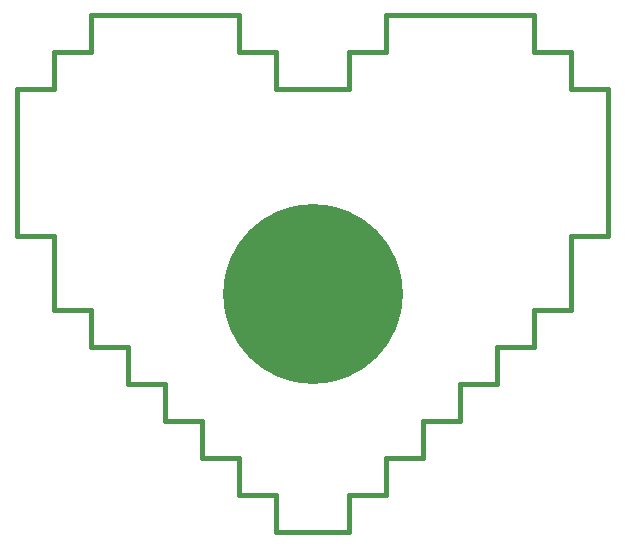
<source format=gtp>
G75*
%MOIN*%
%OFA0B0*%
%FSLAX25Y25*%
%IPPOS*%
%LPD*%
%AMOC8*
5,1,8,0,0,1.08239X$1,22.5*
%
%ADD10C,0.01600*%
%ADD11C,0.60000*%
D10*
X0075619Y0051013D02*
X0075619Y0063316D01*
X0063316Y0063316D01*
X0063316Y0075619D01*
X0051013Y0075619D01*
X0051013Y0087922D01*
X0038709Y0087922D01*
X0038709Y0112528D01*
X0026406Y0112528D01*
X0026406Y0161741D01*
X0038709Y0161741D01*
X0038709Y0174044D01*
X0051013Y0174044D01*
X0051013Y0186347D01*
X0100225Y0186347D01*
X0100225Y0174044D01*
X0112528Y0174044D01*
X0112528Y0161741D01*
X0137135Y0161741D01*
X0137135Y0174044D01*
X0149438Y0174044D01*
X0149438Y0186347D01*
X0198650Y0186347D01*
X0198650Y0174044D01*
X0210954Y0174044D01*
X0210954Y0161741D01*
X0223257Y0161741D01*
X0223257Y0112528D01*
X0210954Y0112528D01*
X0210954Y0087922D01*
X0198650Y0087922D01*
X0198650Y0075619D01*
X0186347Y0075619D01*
X0186347Y0063316D01*
X0174044Y0063316D01*
X0174044Y0051013D01*
X0161741Y0051013D01*
X0161741Y0038709D01*
X0149438Y0038709D01*
X0149438Y0026406D01*
X0137135Y0026406D01*
X0137135Y0014103D01*
X0112528Y0014103D01*
X0112528Y0026406D01*
X0100225Y0026406D01*
X0100225Y0038709D01*
X0087922Y0038709D01*
X0087922Y0051013D01*
X0075619Y0051013D01*
D11*
X0124921Y0093242D03*
M02*

</source>
